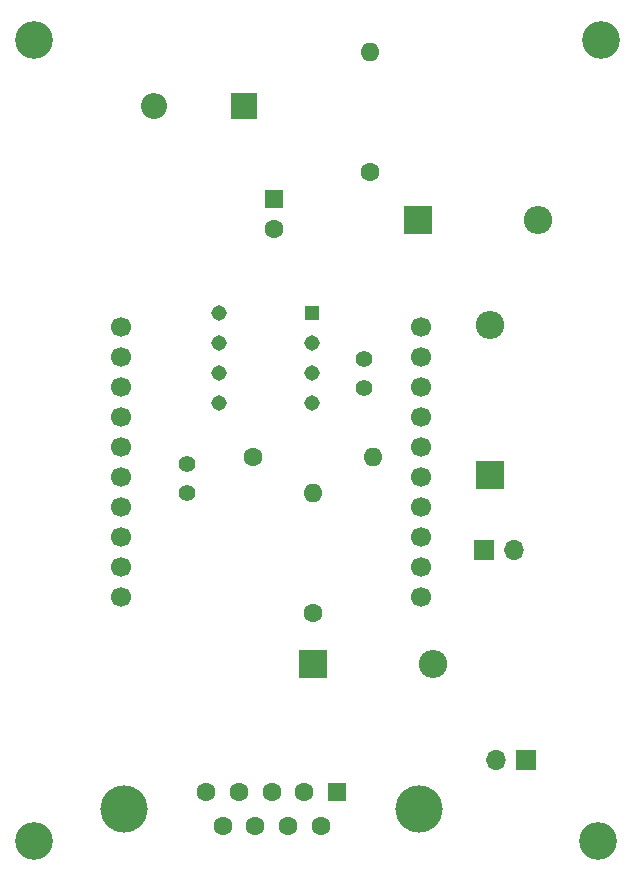
<source format=gbs>
G04 #@! TF.GenerationSoftware,KiCad,Pcbnew,(5.1.4)-1*
G04 #@! TF.CreationDate,2019-12-13T13:31:58+01:00*
G04 #@! TF.ProjectId,LIN bus esp32,4c494e20-6275-4732-9065-737033322e6b,2*
G04 #@! TF.SameCoordinates,Original*
G04 #@! TF.FileFunction,Soldermask,Bot*
G04 #@! TF.FilePolarity,Negative*
%FSLAX46Y46*%
G04 Gerber Fmt 4.6, Leading zero omitted, Abs format (unit mm)*
G04 Created by KiCad (PCBNEW (5.1.4)-1) date 2019-12-13 13:31:58*
%MOMM*%
%LPD*%
G04 APERTURE LIST*
%ADD10C,1.700000*%
%ADD11C,4.000000*%
%ADD12C,1.600000*%
%ADD13R,1.600000X1.600000*%
%ADD14O,1.700000X1.700000*%
%ADD15R,1.700000X1.700000*%
%ADD16O,1.600000X1.600000*%
%ADD17C,1.308000*%
%ADD18R,1.308000X1.308000*%
%ADD19O,2.400000X2.400000*%
%ADD20R,2.400000X2.400000*%
%ADD21O,2.200000X2.200000*%
%ADD22R,2.200000X2.200000*%
%ADD23C,1.400000*%
%ADD24C,3.200000*%
G04 APERTURE END LIST*
D10*
X135890000Y-72844000D03*
X135890000Y-75384000D03*
X135890000Y-77924000D03*
X135890000Y-80464000D03*
X135890000Y-83004000D03*
X135890000Y-85544000D03*
X135890000Y-88084000D03*
X135890000Y-90624000D03*
X135890000Y-93164000D03*
X135890000Y-95704000D03*
X161290000Y-72844000D03*
X161290000Y-75384000D03*
X161290000Y-77924000D03*
X161290000Y-80464000D03*
X161290000Y-83004000D03*
X161290000Y-85544000D03*
X161290000Y-88084000D03*
X161290000Y-90624000D03*
X161290000Y-93164000D03*
X161290000Y-95704000D03*
D11*
X136138000Y-113608000D03*
X161138000Y-113608000D03*
D12*
X144483000Y-115028000D03*
X147253000Y-115028000D03*
X150023000Y-115028000D03*
X152793000Y-115028000D03*
X143098000Y-112188000D03*
X145868000Y-112188000D03*
X148638000Y-112188000D03*
X151408000Y-112188000D03*
D13*
X154178000Y-112188000D03*
D14*
X167640000Y-109474000D03*
D15*
X170180000Y-109474000D03*
D12*
X148844000Y-64476000D03*
D13*
X148844000Y-61976000D03*
D16*
X152146000Y-86868000D03*
D12*
X152146000Y-97028000D03*
D16*
X156972000Y-49530000D03*
D12*
X156972000Y-59690000D03*
D16*
X157226000Y-83820000D03*
D12*
X147066000Y-83820000D03*
D14*
X169164000Y-91694000D03*
D15*
X166624000Y-91694000D03*
D17*
X144147000Y-74168000D03*
X144147000Y-76708000D03*
X144147000Y-71628000D03*
X144147000Y-79248000D03*
D18*
X152017000Y-71628000D03*
D17*
X152017000Y-79248000D03*
X152017000Y-74168000D03*
X152017000Y-76708000D03*
D19*
X167132000Y-72644000D03*
D20*
X167132000Y-85344000D03*
D19*
X162306000Y-101346000D03*
D20*
X152146000Y-101346000D03*
D19*
X171196000Y-63754000D03*
D20*
X161036000Y-63754000D03*
D21*
X138684000Y-54102000D03*
D22*
X146304000Y-54102000D03*
D23*
X141478000Y-84368000D03*
X141478000Y-86868000D03*
X156464000Y-75478000D03*
X156464000Y-77978000D03*
D24*
X128524000Y-116332000D03*
X128524000Y-48514000D03*
X176530000Y-48514000D03*
X176276000Y-116332000D03*
M02*

</source>
